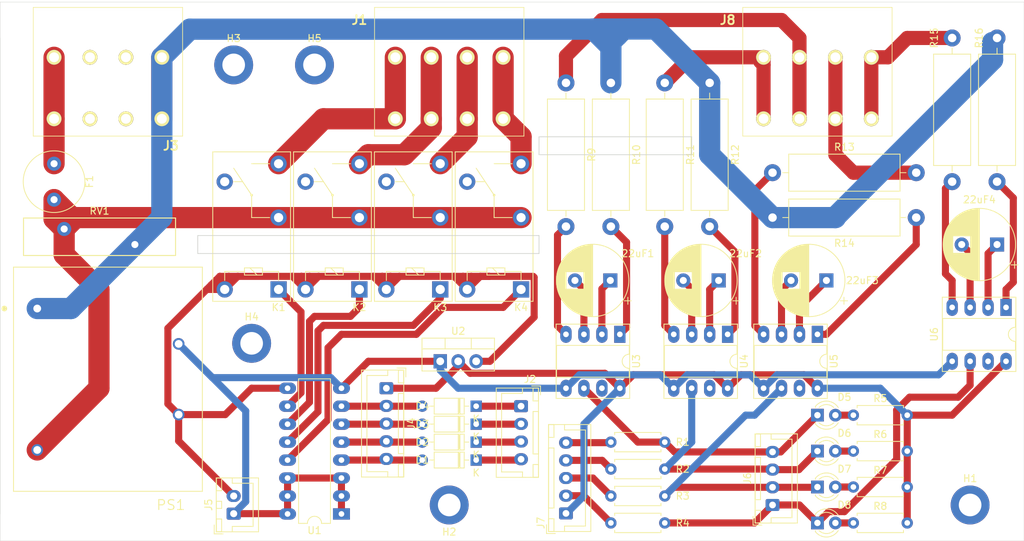
<source format=kicad_pcb>
(kicad_pcb (version 20171130) (host pcbnew "(5.1.6)-1")
  (layers (0 F.Cu signal) (31 B.Cu signal) (34 B.Paste user hide) (35 F.Paste user hide) (36 B.SilkS user hide) (37 F.SilkS user) (38 B.Mask user hide) (39 F.Mask user) (44 Edge.Cuts user))
  (net 0 "")
  (net 1 "220VAC(L)")
  (net 2 "220VAC(N)")
  (net 3 5V+)
  (net 4 3.3V+)
  (net 5 Sens4)
  (net 6 Sens3)
  (net 7 Sens2)
  (net 8 Sens1)
  (net 9 REO4)
  (net 10 REO3)
  (net 11 REO2)
  (net 12 REO1)
  (net 13 "Net-(22uF1-Pad2)")
  (net 14 "Net-(22uF1-Pad1)")
  (net 15 "Net-(22uF2-Pad2)")
  (net 16 "Net-(22uF2-Pad1)")
  (net 17 "Net-(22uF3-Pad2)")
  (net 18 "Net-(22uF3-Pad1)")
  (net 19 "Net-(22uF4-Pad2)")
  (net 20 "Net-(22uF4-Pad1)")
  (net 21 "Net-(R11-Pad2)")
  (net 22 "Net-(R12-Pad2)")
  (net 23 "GND(5V)")
  (net 24 REI1)
  (net 25 REI2)
  (net 26 REI3)
  (net 27 REI4)
  (net 28 "Net-(F1-Pad1)")
  (net 29 "Net-(R10-Pad2)")
  (net 30 EspSens1)
  (net 31 EspSens2)
  (net 32 EspSens3)
  (net 33 EspSens4)
  (net 34 EspRel1)
  (net 35 EspRel2)
  (net 36 EspRel3)
  (net 37 EspRel4)
  (net 38 "Net-(J7-Pad5)")
  (net 39 "Net-(J7-Pad4)")
  (net 40 "Net-(J7-Pad3)")
  (net 41 "Net-(J7-Pad2)")
  (net 42 "Net-(R9-Pad2)")
  (net 43 "Net-(D1-Pad1)")
  (net 44 "Net-(D2-Pad1)")
  (net 45 "Net-(D3-Pad1)")
  (net 46 "Net-(D4-Pad1)")
  (net 47 "Net-(D5-Pad2)")
  (net 48 "Net-(D6-Pad2)")
  (net 49 "Net-(D7-Pad2)")
  (net 50 "Net-(D8-Pad2)")
  (net 51 "Net-(R13-Pad1)")
  (net 52 "Net-(R14-Pad1)")
  (net 53 "Net-(R15-Pad2)")
  (net 54 "Net-(R16-Pad2)")
  (module Package_DIP:DIP-16_W7.62mm_LongPads (layer F.Cu) (at 69.85 83.82 180)
    (fp_text reference U1 (at 3.81 -2.33) (layer F.SilkS))
    (fp_text value ULN2003A)
    (pad 1 thru_hole rect (at 0 0 180) (size 2.4 1.6) (drill 0.8) (layers *.Cu *.Mask) (net 23 "GND(5V)"))
    (pad 9 thru_hole oval (at 7.62 17.78 180) (size 2.4 1.6) (drill 0.8) (layers *.Cu *.Mask) (net 3 5V+))
    (pad 2 thru_hole oval (at 0 2.54 180) (size 2.4 1.6) (drill 0.8) (layers *.Cu *.Mask) (net 23 "GND(5V)"))
    (pad 10 thru_hole oval (at 7.62 15.24 180) (size 2.4 1.6) (drill 0.8) (layers *.Cu *.Mask) (net 24 REI1))
    (pad 3 thru_hole oval (at 0 5.08 180) (size 2.4 1.6) (drill 0.8) (layers *.Cu *.Mask) (net 23 "GND(5V)"))
    (pad 11 thru_hole oval (at 7.62 12.7 180) (size 2.4 1.6) (drill 0.8) (layers *.Cu *.Mask) (net 25 REI2))
    (pad 4 thru_hole oval (at 0 7.62 180) (size 2.4 1.6) (drill 0.8) (layers *.Cu *.Mask) (net 34 EspRel1))
    (pad 12 thru_hole oval (at 7.62 10.16 180) (size 2.4 1.6) (drill 0.8) (layers *.Cu *.Mask) (net 26 REI3))
    (pad 5 thru_hole oval (at 0 10.16 180) (size 2.4 1.6) (drill 0.8) (layers *.Cu *.Mask) (net 35 EspRel2))
    (pad 13 thru_hole oval (at 7.62 7.62 180) (size 2.4 1.6) (drill 0.8) (layers *.Cu *.Mask) (net 27 REI4))
    (pad 6 thru_hole oval (at 0 12.7 180) (size 2.4 1.6) (drill 0.8) (layers *.Cu *.Mask) (net 36 EspRel3))
    (pad 14 thru_hole oval (at 7.62 5.08 180) (size 2.4 1.6) (drill 0.8) (layers *.Cu *.Mask) (net 23 "GND(5V)"))
    (pad 7 thru_hole oval (at 0 15.24 180) (size 2.4 1.6) (drill 0.8) (layers *.Cu *.Mask) (net 37 EspRel4))
    (pad 15 thru_hole oval (at 7.62 2.54 180) (size 2.4 1.6) (drill 0.8) (layers *.Cu *.Mask) (net 23 "GND(5V)"))
    (pad 8 thru_hole oval (at 0 17.78 180) (size 2.4 1.6) (drill 0.8) (layers *.Cu *.Mask) (net 23 "GND(5V)"))
    (pad 16 thru_hole oval (at 7.62 0 180) (size 2.4 1.6) (drill 0.8) (layers *.Cu *.Mask) (net 23 "GND(5V)"))
  )
  (module Diode_THT:D_DO-35_SOD27_P7.62mm_Horizontal (layer F.Cu) (at 88.9 68.58 180)
    (fp_text reference D4 (at 7.62 0) (layer F.SilkS))
    (fp_text value DIODE)
    (fp_text user K (at 0 -1.8) (layer F.SilkS))
    (pad 2 thru_hole oval (at 7.62 0 180) (size 1.6 1.6) (drill 0.8) (layers *.Cu *.Mask) (net 37 EspRel4))
    (pad 1 thru_hole rect (at 0 0 180) (size 1.6 1.6) (drill 0.8) (layers *.Cu *.Mask) (net 46 "Net-(D4-Pad1)"))
  )
  (module Diode_THT:D_DO-35_SOD27_P7.62mm_Horizontal (layer F.Cu) (at 88.9 71.12 180)
    (fp_text reference D3 (at 7.62 0) (layer F.SilkS))
    (fp_text value DIODE)
    (fp_text user K (at 0 -1.8) (layer F.SilkS))
    (pad 2 thru_hole oval (at 7.62 0 180) (size 1.6 1.6) (drill 0.8) (layers *.Cu *.Mask) (net 36 EspRel3))
    (pad 1 thru_hole rect (at 0 0 180) (size 1.6 1.6) (drill 0.8) (layers *.Cu *.Mask) (net 45 "Net-(D3-Pad1)"))
  )
  (module Diode_THT:D_DO-35_SOD27_P7.62mm_Horizontal (layer F.Cu) (at 88.9 73.66 180)
    (fp_text reference D2 (at 7.62 0) (layer F.SilkS))
    (fp_text value DIODE)
    (fp_text user K (at 0 -1.8) (layer F.SilkS))
    (pad 2 thru_hole oval (at 7.62 0 180) (size 1.6 1.6) (drill 0.8) (layers *.Cu *.Mask) (net 35 EspRel2))
    (pad 1 thru_hole rect (at 0 0 180) (size 1.6 1.6) (drill 0.8) (layers *.Cu *.Mask) (net 44 "Net-(D2-Pad1)"))
  )
  (module Diode_THT:D_DO-35_SOD27_P7.62mm_Horizontal (layer F.Cu) (at 88.9 76.2 180)
    (fp_text reference D1 (at 7.62 0) (layer F.SilkS))
    (fp_text value DIODE)
    (fp_text user K (at 0 -1.8) (layer F.SilkS))
    (pad 2 thru_hole oval (at 7.62 0 180) (size 1.6 1.6) (drill 0.8) (layers *.Cu *.Mask) (net 34 EspRel1))
    (pad 1 thru_hole rect (at 0 0 180) (size 1.6 1.6) (drill 0.8) (layers *.Cu *.Mask) (net 43 "Net-(D1-Pad1)"))
  )
  (module Connector_JST:JST_XH_B4B-XH-A_1x04_P2.50mm_Vertical (layer F.Cu) (at 95.25 68.58 270)
    (fp_text reference J2 (at -3.81 -1.27 180) (layer F.SilkS))
    (fp_text value Conn-ESP-Relays)
    (pad 4 thru_hole oval (at 7.5 0 270) (size 1.7 1.95) (drill 0.95) (layers *.Cu *.Mask) (net 43 "Net-(D1-Pad1)"))
    (pad 3 thru_hole oval (at 5 0 270) (size 1.7 1.95) (drill 0.95) (layers *.Cu *.Mask) (net 44 "Net-(D2-Pad1)"))
    (pad 2 thru_hole oval (at 2.5 0 270) (size 1.7 1.95) (drill 0.95) (layers *.Cu *.Mask) (net 45 "Net-(D3-Pad1)"))
    (pad 1 thru_hole roundrect (at 0 0 270) (size 1.7 1.95) (drill 0.95) (layers *.Cu *.Mask) (roundrect_rratio 0.147059) (net 46 "Net-(D4-Pad1)"))
  )
  (module Connector_JST:JST_XH_B5B-XH-A_1x05_P2.50mm_Vertical (layer F.Cu) (at 101.6 83.74 90)
    (fp_text reference J7 (at -1.35 -3.55 90) (layer F.SilkS))
    (fp_text value Conn-LedIndicators)
    (pad 5 thru_hole oval (at 10 0 90) (size 1.7 1.95) (drill 0.95) (layers *.Cu *.Mask) (net 38 "Net-(J7-Pad5)"))
    (pad 4 thru_hole oval (at 7.5 0 90) (size 1.7 1.95) (drill 0.95) (layers *.Cu *.Mask) (net 39 "Net-(J7-Pad4)"))
    (pad 3 thru_hole oval (at 5 0 90) (size 1.7 1.95) (drill 0.95) (layers *.Cu *.Mask) (net 40 "Net-(J7-Pad3)"))
    (pad 2 thru_hole oval (at 2.5 0 90) (size 1.7 1.95) (drill 0.95) (layers *.Cu *.Mask) (net 41 "Net-(J7-Pad2)"))
    (pad 1 thru_hole roundrect (at 0 0 90) (size 1.7 1.95) (drill 0.95) (layers *.Cu *.Mask) (roundrect_rratio 0.147059) (net 4 3.3V+))
  )
  (module Capacitor_THT:CP_Radial_D10.0mm_P5.00mm (layer F.Cu) (at 123.19 50.8 180)
    (fp_text reference 22uF2 (at -3.81 3.81) (layer F.SilkS))
    (fp_text value CP_Small)
    (pad 2 thru_hole circle (at 5 0 180) (size 2 2) (drill 1) (layers *.Cu *.Mask) (net 15 "Net-(22uF2-Pad2)"))
    (pad 1 thru_hole rect (at 0 0 180) (size 2 2) (drill 1) (layers *.Cu *.Mask) (net 16 "Net-(22uF2-Pad1)"))
  )
  (module Package_DIP:DIP-8_W7.62mm_Socket_LongPads (layer F.Cu) (at 124.46 58.42 270)
    (fp_text reference U4 (at 3.81 -2.33 90) (layer F.SilkS))
    (fp_text value HCPL3700)
    (pad 8 thru_hole oval (at 7.62 0 270) (size 2.4 1.6) (drill 0.8) (layers *.Cu *.Mask) (net 4 3.3V+))
    (pad 4 thru_hole oval (at 0 7.62 270) (size 2.4 1.6) (drill 0.8) (layers *.Cu *.Mask) (net 21 "Net-(R11-Pad2)"))
    (pad 7 thru_hole oval (at 7.62 2.54 270) (size 2.4 1.6) (drill 0.8) (layers *.Cu *.Mask))
    (pad 3 thru_hole oval (at 0 5.08 270) (size 2.4 1.6) (drill 0.8) (layers *.Cu *.Mask) (net 15 "Net-(22uF2-Pad2)"))
    (pad 6 thru_hole oval (at 7.62 5.08 270) (size 2.4 1.6) (drill 0.8) (layers *.Cu *.Mask) (net 31 EspSens2))
    (pad 2 thru_hole oval (at 0 2.54 270) (size 2.4 1.6) (drill 0.8) (layers *.Cu *.Mask) (net 16 "Net-(22uF2-Pad1)"))
    (pad 5 thru_hole oval (at 7.62 7.62 270) (size 2.4 1.6) (drill 0.8) (layers *.Cu *.Mask) (net 23 "GND(5V)"))
    (pad 1 thru_hole rect (at 0 0 270) (size 2.4 1.6) (drill 0.8) (layers *.Cu *.Mask) (net 22 "Net-(R12-Pad2)"))
  )
  (module Package_DIP:DIP-8_W7.62mm_Socket_LongPads (layer F.Cu) (at 163.83 54.61 270)
    (fp_text reference U6 (at 3.81 10.16 90) (layer F.SilkS))
    (fp_text value HCPL3700)
    (pad 8 thru_hole oval (at 7.62 0 270) (size 2.4 1.6) (drill 0.8) (layers *.Cu *.Mask) (net 4 3.3V+))
    (pad 4 thru_hole oval (at 0 7.62 270) (size 2.4 1.6) (drill 0.8) (layers *.Cu *.Mask) (net 53 "Net-(R15-Pad2)"))
    (pad 7 thru_hole oval (at 7.62 2.54 270) (size 2.4 1.6) (drill 0.8) (layers *.Cu *.Mask))
    (pad 3 thru_hole oval (at 0 5.08 270) (size 2.4 1.6) (drill 0.8) (layers *.Cu *.Mask) (net 19 "Net-(22uF4-Pad2)"))
    (pad 6 thru_hole oval (at 7.62 5.08 270) (size 2.4 1.6) (drill 0.8) (layers *.Cu *.Mask) (net 33 EspSens4))
    (pad 2 thru_hole oval (at 0 2.54 270) (size 2.4 1.6) (drill 0.8) (layers *.Cu *.Mask) (net 20 "Net-(22uF4-Pad1)"))
    (pad 5 thru_hole oval (at 7.62 7.62 270) (size 2.4 1.6) (drill 0.8) (layers *.Cu *.Mask) (net 23 "GND(5V)"))
    (pad 1 thru_hole rect (at 0 0 270) (size 2.4 1.6) (drill 0.8) (layers *.Cu *.Mask) (net 54 "Net-(R16-Pad2)"))
  )
  (module Package_DIP:DIP-8_W7.62mm_Socket_LongPads (layer F.Cu) (at 137.16 58.42 270)
    (fp_text reference U5 (at 3.81 -2.33 90) (layer F.SilkS))
    (fp_text value HCPL3700)
    (pad 8 thru_hole oval (at 7.62 0 270) (size 2.4 1.6) (drill 0.8) (layers *.Cu *.Mask) (net 4 3.3V+))
    (pad 4 thru_hole oval (at 0 7.62 270) (size 2.4 1.6) (drill 0.8) (layers *.Cu *.Mask) (net 51 "Net-(R13-Pad1)"))
    (pad 7 thru_hole oval (at 7.62 2.54 270) (size 2.4 1.6) (drill 0.8) (layers *.Cu *.Mask))
    (pad 3 thru_hole oval (at 0 5.08 270) (size 2.4 1.6) (drill 0.8) (layers *.Cu *.Mask) (net 17 "Net-(22uF3-Pad2)"))
    (pad 6 thru_hole oval (at 7.62 5.08 270) (size 2.4 1.6) (drill 0.8) (layers *.Cu *.Mask) (net 32 EspSens3))
    (pad 2 thru_hole oval (at 0 2.54 270) (size 2.4 1.6) (drill 0.8) (layers *.Cu *.Mask) (net 18 "Net-(22uF3-Pad1)"))
    (pad 5 thru_hole oval (at 7.62 7.62 270) (size 2.4 1.6) (drill 0.8) (layers *.Cu *.Mask) (net 23 "GND(5V)"))
    (pad 1 thru_hole rect (at 0 0 270) (size 2.4 1.6) (drill 0.8) (layers *.Cu *.Mask) (net 52 "Net-(R14-Pad1)"))
  )
  (module Package_DIP:DIP-8_W7.62mm_Socket_LongPads (layer F.Cu) (at 109.22 58.42 270)
    (fp_text reference U3 (at 3.81 -2.33 90) (layer F.SilkS))
    (fp_text value HCPL3700)
    (pad 8 thru_hole oval (at 7.62 0 270) (size 2.4 1.6) (drill 0.8) (layers *.Cu *.Mask) (net 4 3.3V+))
    (pad 4 thru_hole oval (at 0 7.62 270) (size 2.4 1.6) (drill 0.8) (layers *.Cu *.Mask) (net 42 "Net-(R9-Pad2)"))
    (pad 7 thru_hole oval (at 7.62 2.54 270) (size 2.4 1.6) (drill 0.8) (layers *.Cu *.Mask))
    (pad 3 thru_hole oval (at 0 5.08 270) (size 2.4 1.6) (drill 0.8) (layers *.Cu *.Mask) (net 13 "Net-(22uF1-Pad2)"))
    (pad 6 thru_hole oval (at 7.62 5.08 270) (size 2.4 1.6) (drill 0.8) (layers *.Cu *.Mask) (net 30 EspSens1))
    (pad 2 thru_hole oval (at 0 2.54 270) (size 2.4 1.6) (drill 0.8) (layers *.Cu *.Mask) (net 14 "Net-(22uF1-Pad1)"))
    (pad 5 thru_hole oval (at 7.62 7.62 270) (size 2.4 1.6) (drill 0.8) (layers *.Cu *.Mask) (net 23 "GND(5V)"))
    (pad 1 thru_hole rect (at 0 0 270) (size 2.4 1.6) (drill 0.8) (layers *.Cu *.Mask) (net 29 "Net-(R10-Pad2)"))
  )
  (module Package_TO_SOT_THT:TO-220-3_Vertical (layer F.Cu) (at 83.82 62.23)
    (fp_text reference U2 (at 2.54 -4.27) (layer F.SilkS))
    (fp_text value LD1117S33TR_SOT223)
    (pad 3 thru_hole oval (at 5.08 0) (size 1.905 2) (drill 1.1) (layers *.Cu *.Mask) (net 3 5V+))
    (pad 2 thru_hole oval (at 2.54 0) (size 1.905 2) (drill 1.1) (layers *.Cu *.Mask) (net 4 3.3V+))
    (pad 1 thru_hole rect (at 0 0) (size 1.905 2) (drill 1.1) (layers *.Cu *.Mask) (net 23 "GND(5V)"))
  )
  (module Resistor_THT:R_Axial_DIN0207_L6.3mm_D2.5mm_P7.62mm_Horizontal (layer F.Cu) (at 142.24 85.09)
    (fp_text reference R8 (at 3.81 -2.37) (layer F.SilkS))
    (fp_text value 100)
    (pad 2 thru_hole oval (at 7.62 0) (size 1.6 1.6) (drill 0.8) (layers *.Cu *.Mask) (net 4 3.3V+))
    (pad 1 thru_hole circle (at 0 0) (size 1.6 1.6) (drill 0.8) (layers *.Cu *.Mask) (net 50 "Net-(D8-Pad2)"))
  )
  (module Resistor_THT:R_Axial_DIN0207_L6.3mm_D2.5mm_P7.62mm_Horizontal (layer F.Cu) (at 142.24 80.01)
    (fp_text reference R7 (at 3.81 -2.37) (layer F.SilkS))
    (fp_text value 100)
    (pad 2 thru_hole oval (at 7.62 0) (size 1.6 1.6) (drill 0.8) (layers *.Cu *.Mask) (net 4 3.3V+))
    (pad 1 thru_hole circle (at 0 0) (size 1.6 1.6) (drill 0.8) (layers *.Cu *.Mask) (net 49 "Net-(D7-Pad2)"))
  )
  (module Resistor_THT:R_Axial_DIN0207_L6.3mm_D2.5mm_P7.62mm_Horizontal (layer F.Cu) (at 142.24 74.93)
    (fp_text reference R6 (at 3.81 -2.37) (layer F.SilkS))
    (fp_text value 100)
    (pad 2 thru_hole oval (at 7.62 0) (size 1.6 1.6) (drill 0.8) (layers *.Cu *.Mask) (net 4 3.3V+))
    (pad 1 thru_hole circle (at 0 0) (size 1.6 1.6) (drill 0.8) (layers *.Cu *.Mask) (net 48 "Net-(D6-Pad2)"))
  )
  (module Resistor_THT:R_Axial_DIN0207_L6.3mm_D2.5mm_P7.62mm_Horizontal (layer F.Cu) (at 115.57 85.09 180)
    (fp_text reference R4 (at -2.54 0) (layer F.SilkS))
    (fp_text value 100)
    (pad 2 thru_hole oval (at 7.62 0 180) (size 1.6 1.6) (drill 0.8) (layers *.Cu *.Mask) (net 41 "Net-(J7-Pad2)"))
    (pad 1 thru_hole circle (at 0 0 180) (size 1.6 1.6) (drill 0.8) (layers *.Cu *.Mask) (net 33 EspSens4))
  )
  (module Resistor_THT:R_Axial_DIN0207_L6.3mm_D2.5mm_P7.62mm_Horizontal (layer F.Cu) (at 115.57 81.28 180)
    (fp_text reference R3 (at -2.54 0) (layer F.SilkS))
    (fp_text value 100)
    (pad 2 thru_hole oval (at 7.62 0 180) (size 1.6 1.6) (drill 0.8) (layers *.Cu *.Mask) (net 40 "Net-(J7-Pad3)"))
    (pad 1 thru_hole circle (at 0 0 180) (size 1.6 1.6) (drill 0.8) (layers *.Cu *.Mask) (net 32 EspSens3))
  )
  (module Resistor_THT:R_Axial_DIN0207_L6.3mm_D2.5mm_P7.62mm_Horizontal (layer F.Cu) (at 115.57 77.47 180)
    (fp_text reference R2 (at -2.54 0) (layer F.SilkS))
    (fp_text value 100)
    (pad 2 thru_hole oval (at 7.62 0 180) (size 1.6 1.6) (drill 0.8) (layers *.Cu *.Mask) (net 39 "Net-(J7-Pad4)"))
    (pad 1 thru_hole circle (at 0 0 180) (size 1.6 1.6) (drill 0.8) (layers *.Cu *.Mask) (net 31 EspSens2))
  )
  (module Resistor_THT:R_Axial_DIN0207_L6.3mm_D2.5mm_P7.62mm_Horizontal (layer F.Cu) (at 115.57 73.66 180)
    (fp_text reference R1 (at -2.54 0) (layer F.SilkS))
    (fp_text value 100)
    (pad 2 thru_hole oval (at 7.62 0 180) (size 1.6 1.6) (drill 0.8) (layers *.Cu *.Mask) (net 38 "Net-(J7-Pad5)"))
    (pad 1 thru_hole circle (at 0 0 180) (size 1.6 1.6) (drill 0.8) (layers *.Cu *.Mask) (net 30 EspSens1))
  )
  (module Resistor_THT:R_Axial_DIN0207_L6.3mm_D2.5mm_P7.62mm_Horizontal (layer F.Cu) (at 142.24 69.85)
    (fp_text reference R5 (at 3.81 -2.37) (layer F.SilkS))
    (fp_text value 100)
    (pad 2 thru_hole oval (at 7.62 0) (size 1.6 1.6) (drill 0.8) (layers *.Cu *.Mask) (net 4 3.3V+))
    (pad 1 thru_hole circle (at 0 0) (size 1.6 1.6) (drill 0.8) (layers *.Cu *.Mask) (net 47 "Net-(D5-Pad2)"))
  )
  (module Connector_JST:JST_XH_B5B-XH-A_1x05_P2.50mm_Vertical (layer F.Cu) (at 76.2 66.04 270)
    (fp_text reference J4 (at 5 -3.55 90) (layer F.SilkS))
    (fp_text value Conn-Buttons)
    (pad 5 thru_hole oval (at 10 0 270) (size 1.7 1.95) (drill 0.95) (layers *.Cu *.Mask) (net 34 EspRel1))
    (pad 4 thru_hole oval (at 7.5 0 270) (size 1.7 1.95) (drill 0.95) (layers *.Cu *.Mask) (net 35 EspRel2))
    (pad 3 thru_hole oval (at 5 0 270) (size 1.7 1.95) (drill 0.95) (layers *.Cu *.Mask) (net 36 EspRel3))
    (pad 2 thru_hole oval (at 2.5 0 270) (size 1.7 1.95) (drill 0.95) (layers *.Cu *.Mask) (net 37 EspRel4))
    (pad 1 thru_hole roundrect (at 0 0 270) (size 1.7 1.95) (drill 0.95) (layers *.Cu *.Mask) (roundrect_rratio 0.147059) (net 4 3.3V+))
  )
  (module LED_THT:LED_D3.0mm (layer F.Cu) (at 137.16 85.09)
    (fp_text reference D8 (at 3.81 -2.54) (layer F.SilkS))
    (fp_text value LED)
    (pad 2 thru_hole circle (at 2.54 0) (size 1.8 1.8) (drill 0.9) (layers *.Cu *.Mask) (net 50 "Net-(D8-Pad2)"))
    (pad 1 thru_hole rect (at 0 0) (size 1.8 1.8) (drill 0.9) (layers *.Cu *.Mask) (net 33 EspSens4))
  )
  (module LED_THT:LED_D3.0mm (layer F.Cu) (at 137.16 80.01)
    (fp_text reference D7 (at 3.81 -2.54) (layer F.SilkS))
    (fp_text value LED)
    (pad 2 thru_hole circle (at 2.54 0) (size 1.8 1.8) (drill 0.9) (layers *.Cu *.Mask) (net 49 "Net-(D7-Pad2)"))
    (pad 1 thru_hole rect (at 0 0) (size 1.8 1.8) (drill 0.9) (layers *.Cu *.Mask) (net 32 EspSens3))
  )
  (module LED_THT:LED_D3.0mm (layer F.Cu) (at 137.16 74.93)
    (fp_text reference D6 (at 3.81 -2.54) (layer F.SilkS))
    (fp_text value LED)
    (pad 2 thru_hole circle (at 2.54 0) (size 1.8 1.8) (drill 0.9) (layers *.Cu *.Mask) (net 48 "Net-(D6-Pad2)"))
    (pad 1 thru_hole rect (at 0 0) (size 1.8 1.8) (drill 0.9) (layers *.Cu *.Mask) (net 31 EspSens2))
  )
  (module LED_THT:LED_D3.0mm (layer F.Cu) (at 137.16 69.85)
    (fp_text reference D5 (at 3.81 -2.54) (layer F.SilkS))
    (fp_text value LED)
    (pad 2 thru_hole circle (at 2.54 0) (size 1.8 1.8) (drill 0.9) (layers *.Cu *.Mask) (net 47 "Net-(D5-Pad2)"))
    (pad 1 thru_hole rect (at 0 0) (size 1.8 1.8) (drill 0.9) (layers *.Cu *.Mask) (net 30 EspSens1))
  )
  (module Capacitor_THT:CP_Radial_D10.0mm_P5.00mm (layer F.Cu) (at 162.56 45.72 180)
    (fp_text reference 22uF4 (at 2.5 6.35) (layer F.SilkS))
    (fp_text value CP_Small)
    (pad 2 thru_hole circle (at 5 0 180) (size 2 2) (drill 1) (layers *.Cu *.Mask) (net 19 "Net-(22uF4-Pad2)"))
    (pad 1 thru_hole rect (at 0 0 180) (size 2 2) (drill 1) (layers *.Cu *.Mask) (net 20 "Net-(22uF4-Pad1)"))
  )
  (module Capacitor_THT:CP_Radial_D10.0mm_P5.00mm (layer F.Cu) (at 138.43 50.8 180)
    (fp_text reference 22uF3 (at -5.08 0) (layer F.SilkS))
    (fp_text value CP_Small)
    (pad 2 thru_hole circle (at 5 0 180) (size 2 2) (drill 1) (layers *.Cu *.Mask) (net 17 "Net-(22uF3-Pad2)"))
    (pad 1 thru_hole rect (at 0 0 180) (size 2 2) (drill 1) (layers *.Cu *.Mask) (net 18 "Net-(22uF3-Pad1)"))
  )
  (module Capacitor_THT:CP_Radial_D10.0mm_P5.00mm (layer F.Cu) (at 107.87 50.8 180)
    (fp_text reference 22uF1 (at -3.89 3.81) (layer F.SilkS))
    (fp_text value CP_Small)
    (pad 2 thru_hole circle (at 5 0 180) (size 2 2) (drill 1) (layers *.Cu *.Mask) (net 13 "Net-(22uF1-Pad2)"))
    (pad 1 thru_hole rect (at 0 0 180) (size 2 2) (drill 1) (layers *.Cu *.Mask) (net 14 "Net-(22uF1-Pad1)"))
  )
  (module Connector_JST:JST_XH_B4B-XH-A_1x04_P2.50mm_Vertical (layer F.Cu) (at 130.81 82.55 90)
    (fp_text reference J6 (at 3.75 -3.55 90) (layer F.SilkS))
    (fp_text value Conn-Esp-Sensors)
    (pad 4 thru_hole oval (at 7.5 0 90) (size 1.7 1.95) (drill 0.95) (layers *.Cu *.Mask) (net 30 EspSens1))
    (pad 3 thru_hole oval (at 5 0 90) (size 1.7 1.95) (drill 0.95) (layers *.Cu *.Mask) (net 31 EspSens2))
    (pad 2 thru_hole oval (at 2.5 0 90) (size 1.7 1.95) (drill 0.95) (layers *.Cu *.Mask) (net 32 EspSens3))
    (pad 1 thru_hole roundrect (at 0 0 90) (size 1.7 1.95) (drill 0.95) (layers *.Cu *.Mask) (roundrect_rratio 0.147059) (net 33 EspSens4))
  )
  (module Connector_JST:JST_XH_B2B-XH-A_1x02_P2.50mm_Vertical (layer F.Cu) (at 54.61 83.78 90)
    (fp_text reference J5 (at 1.25 -3.55 90) (layer F.SilkS))
    (fp_text value Conn_01x02)
    (pad 2 thru_hole oval (at 2.5 0 90) (size 1.7 2) (drill 1) (layers *.Cu *.Mask) (net 3 5V+))
    (pad 1 thru_hole roundrect (at 0 0 90) (size 1.7 2) (drill 1) (layers *.Cu *.Mask) (roundrect_rratio 0.147059) (net 23 "GND(5V)"))
  )
  (module Resistor_THT:R_Axial_DIN0516_L15.5mm_D5.0mm_P20.32mm_Horizontal (layer F.Cu) (at 156.21 16.51 270)
    (fp_text reference R15 (at 0 2.54 90) (layer F.SilkS))
    (fp_text value 47k)
    (pad 2 thru_hole oval (at 20.32 0 270) (size 2.4 2.4) (drill 1.2) (layers *.Cu *.Mask) (net 53 "Net-(R15-Pad2)"))
    (pad 1 thru_hole circle (at 0 0 270) (size 2.4 2.4) (drill 1.2) (layers *.Cu *.Mask) (net 5 Sens4))
  )
  (module Resistor_THT:R_Axial_DIN0516_L15.5mm_D5.0mm_P20.32mm_Horizontal (layer F.Cu) (at 162.56 16.51 270)
    (fp_text reference R16 (at 0 2.54 90) (layer F.SilkS))
    (fp_text value 47k)
    (pad 2 thru_hole oval (at 20.32 0 270) (size 2.4 2.4) (drill 1.2) (layers *.Cu *.Mask) (net 54 "Net-(R16-Pad2)"))
    (pad 1 thru_hole circle (at 0 0 270) (size 2.4 2.4) (drill 1.2) (layers *.Cu *.Mask) (net 2 "220VAC(N)"))
  )
  (module Resistor_THT:R_Axial_DIN0516_L15.5mm_D5.0mm_P20.32mm_Horizontal (layer F.Cu) (at 130.81 35.56)
    (fp_text reference R13 (at 10.16 -3.62) (layer F.SilkS))
    (fp_text value 47k)
    (pad 2 thru_hole oval (at 20.32 0) (size 2.4 2.4) (drill 1.2) (layers *.Cu *.Mask) (net 6 Sens3))
    (pad 1 thru_hole circle (at 0 0) (size 2.4 2.4) (drill 1.2) (layers *.Cu *.Mask) (net 51 "Net-(R13-Pad1)"))
  )
  (module Resistor_THT:R_Axial_DIN0516_L15.5mm_D5.0mm_P20.32mm_Horizontal (layer F.Cu) (at 121.92 22.86 270)
    (fp_text reference R12 (at 10.16 -3.62 90) (layer F.SilkS))
    (fp_text value 47k)
    (pad 2 thru_hole oval (at 20.32 0 270) (size 2.4 2.4) (drill 1.2) (layers *.Cu *.Mask) (net 22 "Net-(R12-Pad2)"))
    (pad 1 thru_hole circle (at 0 0 270) (size 2.4 2.4) (drill 1.2) (layers *.Cu *.Mask) (net 2 "220VAC(N)"))
  )
  (module Resistor_THT:R_Axial_DIN0516_L15.5mm_D5.0mm_P20.32mm_Horizontal (layer F.Cu) (at 107.95 22.86 270)
    (fp_text reference R10 (at 10.16 -3.62 90) (layer F.SilkS))
    (fp_text value 47k)
    (pad 2 thru_hole oval (at 20.32 0 270) (size 2.4 2.4) (drill 1.2) (layers *.Cu *.Mask) (net 29 "Net-(R10-Pad2)"))
    (pad 1 thru_hole circle (at 0 0 270) (size 2.4 2.4) (drill 1.2) (layers *.Cu *.Mask) (net 2 "220VAC(N)"))
  )
  (module Resistor_THT:R_Axial_DIN0516_L15.5mm_D5.0mm_P20.32mm_Horizontal (layer F.Cu) (at 151.13 41.91 180)
    (fp_text reference R14 (at 10.16 -3.62) (layer F.SilkS))
    (fp_text value 47k)
    (pad 2 thru_hole oval (at 20.32 0 180) (size 2.4 2.4) (drill 1.2) (layers *.Cu *.Mask) (net 2 "220VAC(N)"))
    (pad 1 thru_hole circle (at 0 0 180) (size 2.4 2.4) (drill 1.2) (layers *.Cu *.Mask) (net 52 "Net-(R14-Pad1)"))
  )
  (module Resistor_THT:R_Axial_DIN0516_L15.5mm_D5.0mm_P20.32mm_Horizontal (layer F.Cu) (at 115.57 22.86 270)
    (fp_text reference R11 (at 10.16 -3.62 90) (layer F.SilkS))
    (fp_text value 47k)
    (pad 2 thru_hole oval (at 20.32 0 270) (size 2.4 2.4) (drill 1.2) (layers *.Cu *.Mask) (net 21 "Net-(R11-Pad2)"))
    (pad 1 thru_hole circle (at 0 0 270) (size 2.4 2.4) (drill 1.2) (layers *.Cu *.Mask) (net 7 Sens2))
  )
  (module Resistor_THT:R_Axial_DIN0516_L15.5mm_D5.0mm_P20.32mm_Horizontal (layer F.Cu) (at 101.6 22.86 270)
    (fp_text reference R9 (at 10.16 -3.62 90) (layer F.SilkS))
    (fp_text value 47k)
    (pad 2 thru_hole oval (at 20.32 0 270) (size 2.4 2.4) (drill 1.2) (layers *.Cu *.Mask) (net 42 "Net-(R9-Pad2)"))
    (pad 1 thru_hole circle (at 0 0 270) (size 2.4 2.4) (drill 1.2) (layers *.Cu *.Mask) (net 8 Sens1))
  )
  (module rac05-05sk:277 (layer F.Cu) (at 36.83 64.77)
    (fp_text reference PS1 (at 8.89 17.78) (layer F.SilkS) (effects (font (size 1.4 1.4))))
    (fp_text value RAC05-05SK_277)
    (pad 9 thru_hole circle (at 10 -5) (size 1.65 1.65) (drill 1.1) (layers *.Cu *.Mask) (net 23 "GND(5V)"))
    (pad 7 thru_hole circle (at 10 5) (size 1.65 1.65) (drill 1.1) (layers *.Cu *.Mask) (net 3 5V+))
    (pad 5 thru_hole circle (at -10 10) (size 1.65 1.65) (drill 1.1) (layers *.Cu *.Mask) (net 1 "220VAC(L)"))
    (pad 1 thru_hole rect (at -10 -10) (size 1.65 1.65) (drill 1.1) (layers *.Cu *.Mask) (net 2 "220VAC(N)"))
  )
  (module MountingHole:MountingHole_3.2mm_M3_ISO14580_Pad (layer F.Cu) (at 66.04 20.32)
    (fp_text reference H5 (at 0 -3.75) (layer F.SilkS))
    (fp_text value MountingHole_Pad)
    (pad 1 thru_hole circle (at 0 0) (size 5.5 5.5) (drill 3.2) (layers *.Cu *.Mask))
  )
  (module MountingHole:MountingHole_3.2mm_M3_ISO14580_Pad (layer F.Cu) (at 85.09 82.55)
    (fp_text reference H2 (at 0 3.81) (layer F.SilkS))
    (fp_text value MountingHole_Pad)
    (pad 1 thru_hole circle (at 0 0) (size 5.5 5.5) (drill 3.2) (layers *.Cu *.Mask))
  )
  (module MountingHole:MountingHole_3.2mm_M3_ISO14580_Pad (layer F.Cu) (at 57.15 59.69)
    (fp_text reference H4 (at 0 -3.75) (layer F.SilkS))
    (fp_text value MountingHole_Pad)
    (pad 1 thru_hole circle (at 0 0) (size 5.5 5.5) (drill 3.2) (layers *.Cu *.Mask))
  )
  (module MountingHole:MountingHole_3.2mm_M3_ISO14580_Pad (layer F.Cu) (at 158.75 82.55)
    (fp_text reference H1 (at 0 -3.75) (layer F.SilkS))
    (fp_text value MountingHole_Pad)
    (pad 1 thru_hole circle (at 0 0) (size 5.5 5.5) (drill 3.2) (layers *.Cu *.Mask))
  )
  (module MountingHole:MountingHole_3.2mm_M3_ISO14580_Pad (layer F.Cu) (at 54.61 20.32)
    (fp_text reference H3 (at 0 -3.75) (layer F.SilkS))
    (fp_text value MountingHole_Pad)
    (pad 1 thru_hole circle (at 0 0) (size 5.5 5.5) (drill 3.2) (layers *.Cu *.Mask))
  )
  (module Varistor:RV_Disc_D21.5mm_W5.3mm_P10mm (layer F.Cu) (at 40.64 45.72 180)
    (fp_text reference RV1 (at 5 4.75) (layer F.SilkS))
    (fp_text value Varistor)
    (pad 2 thru_hole circle (at 10 2.2 180) (size 2 2) (drill 1) (layers *.Cu *.Mask) (net 1 "220VAC(L)"))
    (pad 1 thru_hole circle (at 0 0 180) (size 2 2) (drill 1) (layers *.Cu *.Mask) (net 2 "220VAC(N)"))
  )
  (module Fuse:Fuse_Littelfuse_372_D8.50mm (layer F.Cu) (at 29.21 34.29 270)
    (fp_text reference F1 (at 2.54 -5 90) (layer F.SilkS))
    (fp_text value Fuse)
    (pad 2 thru_hole circle (at 5.08 0 270) (size 2 2) (drill 1) (layers *.Cu *.Mask) (net 1 "220VAC(L)"))
    (pad 1 thru_hole circle (at 0 0 270) (size 2 2) (drill 1) (layers *.Cu *.Mask) (net 28 "Net-(F1-Pad1)"))
  )
  (module Relay_THT:Relay_SPDT_Omron-G5Q-1 (layer F.Cu) (at 60.96 52.07 90)
    (fp_text reference K1 (at -2.54 0) (layer F.SilkS))
    (fp_text value G5Q-1)
    (pad 5 thru_hole circle (at 0 -7.62 270) (size 2.3 2.3) (drill 1.3) (layers *.Cu *.Mask) (net 3 5V+))
    (pad 4 thru_hole circle (at 15.24 -7.62 270) (size 2.3 2.3) (drill 1.3) (layers *.Cu *.Mask))
    (pad 3 thru_hole circle (at 17.78 0 270) (size 2.3 2.3) (drill 1.3) (layers *.Cu *.Mask) (net 12 REO1))
    (pad 2 thru_hole circle (at 10.16 0 270) (size 2.3 2.3) (drill 1.3) (layers *.Cu *.Mask) (net 1 "220VAC(L)"))
    (pad 1 thru_hole rect (at 0 0 270) (size 2.3 2.3) (drill 1.3) (layers *.Cu *.Mask) (net 24 REI1))
  )
  (module Relay_THT:Relay_SPDT_Omron-G5Q-1 (layer F.Cu) (at 72.39 52.07 90)
    (fp_text reference K2 (at -2.54 0) (layer F.SilkS))
    (fp_text value G5Q-1)
    (pad 5 thru_hole circle (at 0 -7.62 270) (size 2.3 2.3) (drill 1.3) (layers *.Cu *.Mask) (net 3 5V+))
    (pad 4 thru_hole circle (at 15.24 -7.62 270) (size 2.3 2.3) (drill 1.3) (layers *.Cu *.Mask))
    (pad 3 thru_hole circle (at 17.78 0 270) (size 2.3 2.3) (drill 1.3) (layers *.Cu *.Mask) (net 11 REO2))
    (pad 2 thru_hole circle (at 10.16 0 270) (size 2.3 2.3) (drill 1.3) (layers *.Cu *.Mask) (net 1 "220VAC(L)"))
    (pad 1 thru_hole rect (at 0 0 270) (size 2.3 2.3) (drill 1.3) (layers *.Cu *.Mask) (net 25 REI2))
  )
  (module Relay_THT:Relay_SPDT_Omron-G5Q-1 (layer F.Cu) (at 95.25 52.07 90)
    (fp_text reference K4 (at -2.54 0) (layer F.SilkS))
    (fp_text value G5Q-1)
    (pad 5 thru_hole circle (at 0 -7.62 270) (size 2.3 2.3) (drill 1.3) (layers *.Cu *.Mask) (net 3 5V+))
    (pad 4 thru_hole circle (at 15.24 -7.62 270) (size 2.3 2.3) (drill 1.3) (layers *.Cu *.Mask))
    (pad 3 thru_hole circle (at 17.78 0 270) (size 2.3 2.3) (drill 1.3) (layers *.Cu *.Mask) (net 9 REO4))
    (pad 2 thru_hole circle (at 10.16 0 270) (size 2.3 2.3) (drill 1.3) (layers *.Cu *.Mask) (net 1 "220VAC(L)"))
    (pad 1 thru_hole rect (at 0 0 270) (size 2.3 2.3) (drill 1.3) (layers *.Cu *.Mask) (net 27 REI4))
  )
  (module Relay_THT:Relay_SPDT_Omron-G5Q-1 (layer F.Cu) (at 83.82 52.07 90)
    (fp_text reference K3 (at -2.54 0) (layer F.SilkS))
    (fp_text value G5Q-1)
    (pad 5 thru_hole circle (at 0 -7.62 270) (size 2.3 2.3) (drill 1.3) (layers *.Cu *.Mask) (net 3 5V+))
    (pad 4 thru_hole circle (at 15.24 -7.62 270) (size 2.3 2.3) (drill 1.3) (layers *.Cu *.Mask))
    (pad 3 thru_hole circle (at 17.78 0 270) (size 2.3 2.3) (drill 1.3) (layers *.Cu *.Mask) (net 10 REO3))
    (pad 2 thru_hole circle (at 10.16 0 270) (size 2.3 2.3) (drill 1.3) (layers *.Cu *.Mask) (net 1 "220VAC(L)"))
    (pad 1 thru_hole rect (at 0 0 270) (size 2.3 2.3) (drill 1.3) (layers *.Cu *.Mask) (net 26 REI3))
  )
  (module Phoenix_Conn:1017505 (layer F.Cu) (at 144.78 27.94 180)
    (fp_text reference J8 (at 20.32 13.97) (layer F.SilkS) (effects (font (size 1.27 1.27) (thickness 0.254))))
    (fp_text value 1017505 hide)
    (pad 8 thru_hole circle (at 15.24 8.7 270) (size 2.1 2.1) (drill 1.4) (layers *.Cu *.Mask F.SilkS) (net 7 Sens2))
    (pad 7 thru_hole circle (at 15.24 0 270) (size 2.1 2.1) (drill 1.4) (layers *.Cu *.Mask F.SilkS) (net 7 Sens2))
    (pad 6 thru_hole circle (at 10.16 8.7 270) (size 2.1 2.1) (drill 1.4) (layers *.Cu *.Mask F.SilkS) (net 8 Sens1))
    (pad 5 thru_hole circle (at 10.16 0 270) (size 2.1 2.1) (drill 1.4) (layers *.Cu *.Mask F.SilkS) (net 8 Sens1))
    (pad 4 thru_hole circle (at 5.08 8.7 270) (size 2.1 2.1) (drill 1.4) (layers *.Cu *.Mask F.SilkS) (net 6 Sens3))
    (pad 3 thru_hole circle (at 5.08 0 270) (size 2.1 2.1) (drill 1.4) (layers *.Cu *.Mask F.SilkS) (net 6 Sens3))
    (pad 2 thru_hole circle (at 0 8.7 270) (size 2.1 2.1) (drill 1.4) (layers *.Cu *.Mask F.SilkS) (net 5 Sens4))
    (pad 1 thru_hole circle (at 0 0 270) (size 2.1 2.1) (drill 1.4) (layers *.Cu *.Mask F.SilkS) (net 5 Sens4))
  )
  (module Phoenix_Conn:1017505 (layer F.Cu) (at 44.45 27.94 180)
    (fp_text reference J3 (at -1.27 -3.81) (layer F.SilkS) (effects (font (size 1.27 1.27) (thickness 0.254))))
    (fp_text value 1017505 hide)
    (pad 8 thru_hole circle (at 15.24 8.7 270) (size 2.1 2.1) (drill 1.4) (layers *.Cu *.Mask F.SilkS) (net 28 "Net-(F1-Pad1)"))
    (pad 7 thru_hole circle (at 15.24 0 270) (size 2.1 2.1) (drill 1.4) (layers *.Cu *.Mask F.SilkS) (net 28 "Net-(F1-Pad1)"))
    (pad 6 thru_hole circle (at 10.16 8.7 270) (size 2.1 2.1) (drill 1.4) (layers *.Cu *.Mask F.SilkS))
    (pad 5 thru_hole circle (at 10.16 0 270) (size 2.1 2.1) (drill 1.4) (layers *.Cu *.Mask F.SilkS))
    (pad 4 thru_hole circle (at 5.08 8.7 270) (size 2.1 2.1) (drill 1.4) (layers *.Cu *.Mask F.SilkS))
    (pad 3 thru_hole circle (at 5.08 0 270) (size 2.1 2.1) (drill 1.4) (layers *.Cu *.Mask F.SilkS))
    (pad 2 thru_hole circle (at 0 8.7 270) (size 2.1 2.1) (drill 1.4) (layers *.Cu *.Mask F.SilkS) (net 2 "220VAC(N)"))
    (pad 1 thru_hole circle (at 0 0 270) (size 2.1 2.1) (drill 1.4) (layers *.Cu *.Mask F.SilkS) (net 2 "220VAC(N)"))
  )
  (module Phoenix_Conn:1017505 (layer F.Cu) (at 92.71 27.94 180)
    (fp_text reference J1 (at 20.32 13.97) (layer F.SilkS) (effects (font (size 1.27 1.27) (thickness 0.254))))
    (fp_text value 1017505 hide)
    (pad 8 thru_hole circle (at 15.24 8.7 270) (size 2.1 2.1) (drill 1.4) (layers *.Cu *.Mask F.SilkS) (net 12 REO1))
    (pad 7 thru_hole circle (at 15.24 0 270) (size 2.1 2.1) (drill 1.4) (layers *.Cu *.Mask F.SilkS) (net 12 REO1))
    (pad 6 thru_hole circle (at 10.16 8.7 270) (size 2.1 2.1) (drill 1.4) (layers *.Cu *.Mask F.SilkS) (net 11 REO2))
    (pad 5 thru_hole circle (at 10.16 0 270) (size 2.1 2.1) (drill 1.4) (layers *.Cu *.Mask F.SilkS) (net 11 REO2))
    (pad 4 thru_hole circle (at 5.08 8.7 270) (size 2.1 2.1) (drill 1.4) (layers *.Cu *.Mask F.SilkS) (net 10 REO3))
    (pad 3 thru_hole circle (at 5.08 0 270) (size 2.1 2.1) (drill 1.4) (layers *.Cu *.Mask F.SilkS) (net 10 REO3))
    (pad 2 thru_hole circle (at 0 8.7 270) (size 2.1 2.1) (drill 1.4) (layers *.Cu *.Mask F.SilkS) (net 9 REO4))
    (pad 1 thru_hole circle (at 0 0 270) (size 2.1 2.1) (drill 1.4) (layers *.Cu *.Mask F.SilkS) (net 9 REO4))
  )
  (gr_line (start 119.38 30.48) (end 119.38 33.02) (layer Edge.Cuts) (width 0.1))
  (gr_line (start 97.79 30.48) (end 119.38 30.48) (layer Edge.Cuts) (width 0.1))
  (gr_line (start 97.79 33.02) (end 97.79 30.48) (layer Edge.Cuts) (width 0.1))
  (gr_line (start 119.38 33.02) (end 97.79 33.02) (layer Edge.Cuts) (width 0.1))
  (gr_line (start 97.79 44.45) (end 97.79 46.99) (layer Edge.Cuts) (width 0.1))
  (gr_line (start 49.53 44.45) (end 97.79 44.45) (layer Edge.Cuts) (width 0.1))
  (gr_line (start 49.53 46.99) (end 49.53 44.45) (layer Edge.Cuts) (width 0.1))
  (gr_line (start 97.79 46.99) (end 49.53 46.99) (layer Edge.Cuts) (width 0.1))
  (gr_line (start 21.59 87.63) (end 21.59 11.43) (layer Edge.Cuts) (width 0.05))
  (gr_line (start 166.37 11.43) (end 21.59 11.43) (layer Edge.Cuts) (width 0.05))
  (gr_line (start 166.37 87.63) (end 21.59 87.63) (layer Edge.Cuts) (width 0.05))
  (gr_line (start 166.37 87.63) (end 166.37 11.43) (layer Edge.Cuts) (width 0.05))
  (gr_line (start 21.59 16.51) (end 21.59 83.82) (layer Edge.Cuts) (width 0.05))
  (segment (start 29.21 42.09) (end 30.64 43.52) (width 3) (layer F.Cu) (net 1))
  (segment (start 29.21 39.37) (end 29.21 42.09) (width 3) (layer F.Cu) (net 1))
  (segment (start 30.64 43.52) (end 32.25 41.91) (width 3) (layer F.Cu) (net 1))
  (segment (start 31.75 41.91) (end 32.25 41.91) (width 3) (layer F.Cu) (net 1))
  (segment (start 29.21 39.37) (end 31.75 41.91) (width 3) (layer F.Cu) (net 1))
  (segment (start 31.75 41.91) (end 95.25 41.91) (width 3) (layer F.Cu) (net 1))
  (segment (start 30.64 43.52) (end 30.64 47.15) (width 3) (layer F.Cu) (net 1))
  (segment (start 30.64 47.15) (end 35.56 52.07) (width 3) (layer F.Cu) (net 1))
  (segment (start 35.56 52.07) (end 35.56 66.04) (width 3) (layer F.Cu) (net 1))
  (segment (start 35.56 66.04) (end 26.83 74.77) (width 3) (layer F.Cu) (net 1))
  (segment (start 44.45 19.24) (end 44.45 27.94) (width 3) (layer F.Cu) (net 2))
  (segment (start 44.45 41.91) (end 40.64 45.72) (width 3) (layer B.Cu) (net 2))
  (segment (start 44.45 19.24) (end 44.45 41.91) (width 3) (layer B.Cu) (net 2))
  (segment (start 48.45 15.24) (end 44.45 19.24) (width 2) (layer B.Cu) (net 2))
  (segment (start 107.95 17.78) (end 105.41 15.24) (width 2) (layer B.Cu) (net 2))
  (segment (start 107.95 15.24) (end 105.41 15.24) (width 2) (layer B.Cu) (net 2))
  (segment (start 105.41 15.24) (end 48.45 15.24) (width 2) (layer B.Cu) (net 2))
  (segment (start 109.22 16.51) (end 110.49 15.24) (width 2) (layer B.Cu) (net 2))
  (segment (start 107.95 16.51) (end 109.22 16.51) (width 2) (layer B.Cu) (net 2))
  (segment (start 107.95 17.78) (end 107.95 16.51) (width 2) (layer B.Cu) (net 2))
  (segment (start 107.95 16.51) (end 107.95 15.24) (width 2) (layer B.Cu) (net 2))
  (segment (start 114.3 15.24) (end 110.49 15.24) (width 2) (layer B.Cu) (net 2))
  (segment (start 110.49 15.24) (end 107.95 15.24) (width 2) (layer B.Cu) (net 2))
  (segment (start 109.22 16.51) (end 107.95 17.78) (width 2) (layer B.Cu) (net 2))
  (segment (start 105.439999 15.269999) (end 107.95 17.78) (width 3) (layer B.Cu) (net 2))
  (segment (start 48.420001 15.269999) (end 105.439999 15.269999) (width 3) (layer B.Cu) (net 2))
  (segment (start 44.45 19.24) (end 48.420001 15.269999) (width 3) (layer B.Cu) (net 2))
  (segment (start 107.95 17.78) (end 107.95 22.86) (width 3) (layer B.Cu) (net 2))
  (segment (start 114.3 15.24) (end 121.92 22.86) (width 3) (layer B.Cu) (net 2))
  (segment (start 105.41 15.24) (end 114.3 15.24) (width 3) (layer B.Cu) (net 2))
  (segment (start 121.92 33.02) (end 130.81 41.91) (width 3) (layer B.Cu) (net 2))
  (segment (start 121.92 22.86) (end 121.92 33.02) (width 3) (layer B.Cu) (net 2))
  (segment (start 130.81 41.91) (end 139.7 41.91) (width 3) (layer B.Cu) (net 2))
  (segment (start 161.925 19.584998) (end 161.925 17.145) (width 3) (layer B.Cu) (net 2))
  (segment (start 139.7 41.809998) (end 161.925 19.584998) (width 3) (layer B.Cu) (net 2))
  (segment (start 139.7 41.91) (end 139.7 41.809998) (width 3) (layer B.Cu) (net 2))
  (segment (start 162.56 16.51) (end 161.925 17.145) (width 2) (layer B.Cu) (net 2))
  (segment (start 31.59 54.77) (end 26.83 54.77) (width 3) (layer B.Cu) (net 2))
  (segment (start 40.64 45.72) (end 31.59 54.77) (width 3) (layer B.Cu) (net 2))
  (segment (start 144.78 19.24) (end 144.78 27.94) (width 2) (layer F.Cu) (net 5))
  (segment (start 139.7 27.94) (end 139.7 19.24) (width 2) (layer F.Cu) (net 6))
  (segment (start 134.62 27.94) (end 134.62 19.24) (width 2) (layer F.Cu) (net 8))
  (segment (start 129.54 20.32) (end 129.079999 19.859999) (width 2) (layer F.Cu) (net 7))
  (segment (start 129.54 20.32) (end 129.54 27.94) (width 2) (layer F.Cu) (net 7))
  (segment (start 129.54 19.24) (end 129.54 20.32) (width 2) (layer F.Cu) (net 7))
  (segment (start 95.25 30.48) (end 92.71 27.94) (width 3) (layer F.Cu) (net 9))
  (segment (start 95.25 34.29) (end 95.25 30.48) (width 3) (layer F.Cu) (net 9))
  (segment (start 92.71 27.94) (end 92.71 19.24) (width 3) (layer F.Cu) (net 9))
  (segment (start 87.63 30.48) (end 87.63 27.94) (width 3) (layer F.Cu) (net 10))
  (segment (start 83.82 34.29) (end 87.63 30.48) (width 3) (layer F.Cu) (net 10))
  (segment (start 87.63 27.94) (end 87.63 19.24) (width 3) (layer F.Cu) (net 10))
  (segment (start 72.39 34.29) (end 73.66 33.02) (width 3) (layer F.Cu) (net 11))
  (segment (start 73.66 33.02) (end 78.74 33.02) (width 3) (layer F.Cu) (net 11))
  (segment (start 82.55 29.21) (end 82.55 27.94) (width 3) (layer F.Cu) (net 11))
  (segment (start 78.74 33.02) (end 82.55 29.21) (width 3) (layer F.Cu) (net 11))
  (segment (start 82.55 27.94) (end 82.55 19.24) (width 3) (layer F.Cu) (net 11))
  (segment (start 67.31 27.94) (end 77.47 27.94) (width 3) (layer F.Cu) (net 12))
  (segment (start 60.96 34.29) (end 67.31 27.94) (width 3) (layer F.Cu) (net 12))
  (segment (start 77.47 27.94) (end 77.47 19.24) (width 3) (layer F.Cu) (net 12))
  (segment (start 85.779999 50.219999) (end 78.050001 50.219999) (width 1) (layer F.Cu) (net 3))
  (segment (start 87.63 52.07) (end 85.779999 50.219999) (width 1) (layer F.Cu) (net 3))
  (segment (start 66.620001 50.219999) (end 64.77 52.07) (width 1) (layer F.Cu) (net 3))
  (segment (start 74.349999 50.219999) (end 66.620001 50.219999) (width 1) (layer F.Cu) (net 3))
  (segment (start 76.2 52.07) (end 74.349999 50.219999) (width 1) (layer F.Cu) (net 3))
  (segment (start 55.190001 50.219999) (end 53.34 52.07) (width 1) (layer F.Cu) (net 3))
  (segment (start 62.919999 50.219999) (end 55.190001 50.219999) (width 1) (layer F.Cu) (net 3))
  (segment (start 64.77 52.07) (end 62.919999 50.219999) (width 1) (layer F.Cu) (net 3))
  (segment (start 53.34 52.07) (end 50.8 52.07) (width 1) (layer F.Cu) (net 3))
  (segment (start 45.304999 68.244999) (end 46.83 69.77) (width 1) (layer F.Cu) (net 3))
  (segment (start 45.304999 57.565001) (end 45.304999 68.244999) (width 1) (layer F.Cu) (net 3))
  (segment (start 50.8 52.07) (end 45.304999 57.565001) (width 1) (layer F.Cu) (net 3))
  (segment (start 46.83 73.5) (end 54.61 81.28) (width 1) (layer F.Cu) (net 3))
  (segment (start 46.83 69.77) (end 46.83 73.5) (width 1) (layer F.Cu) (net 3))
  (segment (start 97.100001 50.359999) (end 96.960001 50.219999) (width 1) (layer F.Cu) (net 3))
  (segment (start 97.100001 55.982499) (end 97.100001 50.359999) (width 1) (layer F.Cu) (net 3))
  (segment (start 90.8525 62.23) (end 97.100001 55.982499) (width 1) (layer F.Cu) (net 3))
  (segment (start 88.9 62.23) (end 90.8525 62.23) (width 1) (layer F.Cu) (net 3))
  (segment (start 96.960001 50.219999) (end 90.750001 50.219999) (width 1) (layer F.Cu) (net 3))
  (segment (start 76.2 50.8) (end 76.780001 50.219999) (width 1) (layer F.Cu) (net 3))
  (segment (start 76.780001 50.219999) (end 78.050001 50.219999) (width 1) (layer F.Cu) (net 3))
  (segment (start 76.2 52.07) (end 76.2 50.8) (width 1) (layer F.Cu) (net 3))
  (segment (start 74.349999 50.219999) (end 75.619999 50.219999) (width 1) (layer F.Cu) (net 3))
  (segment (start 76.2 50.8) (end 75.619999 50.219999) (width 1) (layer F.Cu) (net 3))
  (segment (start 75.619999 50.219999) (end 76.780001 50.219999) (width 1) (layer F.Cu) (net 3))
  (segment (start 76.2 52.07) (end 77.47 50.8) (width 1) (layer F.Cu) (net 3))
  (segment (start 78.050001 50.219999) (end 77.47 50.8) (width 1) (layer F.Cu) (net 3))
  (segment (start 87.63 50.8) (end 87.049999 50.219999) (width 1) (layer F.Cu) (net 3))
  (segment (start 85.779999 50.219999) (end 87.049999 50.219999) (width 1) (layer F.Cu) (net 3))
  (segment (start 89.480001 50.219999) (end 90.750001 50.219999) (width 1) (layer F.Cu) (net 3))
  (segment (start 87.63 52.07) (end 89.480001 50.219999) (width 1) (layer F.Cu) (net 3))
  (segment (start 87.63 50.8) (end 88.210001 50.219999) (width 1) (layer F.Cu) (net 3))
  (segment (start 87.049999 50.219999) (end 88.210001 50.219999) (width 1) (layer F.Cu) (net 3))
  (segment (start 88.210001 50.219999) (end 90.750001 50.219999) (width 1) (layer F.Cu) (net 3))
  (segment (start 87.63 52.07) (end 87.63 50.8) (width 1) (layer F.Cu) (net 3))
  (segment (start 46.83 69.77) (end 53.42 69.77) (width 1) (layer F.Cu) (net 3))
  (segment (start 57.15 66.04) (end 62.23 66.04) (width 1) (layer F.Cu) (net 3))
  (segment (start 53.42 69.77) (end 57.15 66.04) (width 1) (layer F.Cu) (net 3))
  (segment (start 64.77 50.8) (end 64.189999 50.219999) (width 1) (layer F.Cu) (net 3))
  (segment (start 62.919999 50.219999) (end 64.189999 50.219999) (width 1) (layer F.Cu) (net 3))
  (segment (start 64.77 50.8) (end 65.350001 50.219999) (width 1) (layer F.Cu) (net 3))
  (segment (start 64.189999 50.219999) (end 65.350001 50.219999) (width 1) (layer F.Cu) (net 3))
  (segment (start 64.77 52.07) (end 64.77 50.8) (width 1) (layer F.Cu) (net 3))
  (segment (start 65.350001 50.219999) (end 66.620001 50.219999) (width 1) (layer F.Cu) (net 3))
  (segment (start 52.07 50.8) (end 53.34 52.07) (width 1) (layer F.Cu) (net 3))
  (segment (start 52.07 50.8) (end 52.650001 50.219999) (width 1) (layer F.Cu) (net 3))
  (segment (start 52.07 52.07) (end 51.435 51.435) (width 1) (layer F.Cu) (net 3))
  (segment (start 50.8 52.07) (end 51.435 51.435) (width 1) (layer F.Cu) (net 3))
  (segment (start 53.34 52.07) (end 52.07 52.07) (width 1) (layer F.Cu) (net 3))
  (segment (start 51.435 51.435) (end 52.07 50.8) (width 1) (layer F.Cu) (net 3))
  (segment (start 53.34 50.909998) (end 52.650001 50.219999) (width 1) (layer F.Cu) (net 3))
  (segment (start 53.34 52.07) (end 53.34 50.909998) (width 1) (layer F.Cu) (net 3))
  (segment (start 53.34 50.8) (end 53.920001 50.219999) (width 1) (layer F.Cu) (net 3))
  (segment (start 53.34 52.07) (end 53.34 50.8) (width 1) (layer F.Cu) (net 3))
  (segment (start 52.650001 50.219999) (end 53.920001 50.219999) (width 1) (layer F.Cu) (net 3))
  (segment (start 53.920001 50.219999) (end 55.190001 50.219999) (width 1) (layer F.Cu) (net 3))
  (segment (start 100.400001 57.220001) (end 101.6 58.42) (width 1) (layer F.Cu) (net 42))
  (segment (start 100.400001 44.379999) (end 100.400001 57.220001) (width 1) (layer F.Cu) (net 42))
  (segment (start 101.6 43.18) (end 100.400001 44.379999) (width 1) (layer F.Cu) (net 42))
  (segment (start 115.57 57.15) (end 116.84 58.42) (width 1) (layer F.Cu) (net 21))
  (segment (start 115.57 43.18) (end 115.57 57.15) (width 1) (layer F.Cu) (net 21))
  (segment (start 86.36 62.902502) (end 86.36 62.23) (width 1) (layer F.Cu) (net 4))
  (segment (start 83.222502 66.04) (end 86.36 62.902502) (width 1) (layer F.Cu) (net 4))
  (segment (start 76.2 66.04) (end 83.222502 66.04) (width 1) (layer F.Cu) (net 4))
  (segment (start 149.86 80.01) (end 149.86 69.85) (width 1) (layer F.Cu) (net 4))
  (segment (start 156.21 69.85) (end 163.83 62.23) (width 1) (layer F.Cu) (net 4))
  (segment (start 149.86 69.85) (end 156.21 69.85) (width 1) (layer F.Cu) (net 4))
  (segment (start 149.86 80.01) (end 149.86 85.09) (width 1) (layer F.Cu) (net 4))
  (segment (start 146.05 66.04) (end 149.86 69.85) (width 1) (layer B.Cu) (net 4))
  (segment (start 137.16 66.04) (end 146.05 66.04) (width 1) (layer B.Cu) (net 4))
  (segment (start 107.11001 63.93001) (end 109.22 66.04) (width 1) (layer F.Cu) (net 4))
  (segment (start 88.06001 63.93001) (end 107.11001 63.93001) (width 1) (layer F.Cu) (net 4))
  (segment (start 86.36 62.23) (end 88.06001 63.93001) (width 1) (layer F.Cu) (net 4))
  (segment (start 101.6 83.74) (end 101.68 83.74) (width 1) (layer B.Cu) (net 4))
  (segment (start 101.68 83.74) (end 104.14 81.28) (width 1) (layer B.Cu) (net 4))
  (segment (start 104.14 71.12) (end 109.22 66.04) (width 1) (layer B.Cu) (net 4))
  (segment (start 104.14 81.28) (end 104.14 71.12) (width 1) (layer B.Cu) (net 4))
  (segment (start 122.55999 64.13999) (end 124.46 66.04) (width 1) (layer F.Cu) (net 4))
  (segment (start 111.12001 64.13999) (end 122.55999 64.13999) (width 1) (layer F.Cu) (net 4))
  (segment (start 109.22 66.04) (end 111.12001 64.13999) (width 1) (layer F.Cu) (net 4))
  (segment (start 135.25999 64.13999) (end 137.16 66.04) (width 1) (layer F.Cu) (net 4))
  (segment (start 126.36001 64.13999) (end 135.25999 64.13999) (width 1) (layer F.Cu) (net 4))
  (segment (start 124.46 66.04) (end 126.36001 64.13999) (width 1) (layer F.Cu) (net 4))
  (segment (start 144.78 19.24) (end 147.13 19.24) (width 2) (layer F.Cu) (net 5))
  (segment (start 149.86 16.51) (end 156.21 16.51) (width 2) (layer F.Cu) (net 5))
  (segment (start 147.13 19.24) (end 149.86 16.51) (width 2) (layer F.Cu) (net 5))
  (segment (start 142.24 35.56) (end 151.13 35.56) (width 2) (layer F.Cu) (net 6))
  (segment (start 139.7 27.94) (end 139.7 33.02) (width 2) (layer F.Cu) (net 6))
  (segment (start 139.7 33.02) (end 142.24 35.56) (width 2) (layer F.Cu) (net 6))
  (segment (start 119.19 19.24) (end 115.57 22.86) (width 2) (layer F.Cu) (net 7))
  (segment (start 129.54 19.24) (end 119.19 19.24) (width 2) (layer F.Cu) (net 7))
  (segment (start 101.6 22.86) (end 101.6 19.05) (width 2) (layer F.Cu) (net 8))
  (segment (start 101.6 19.05) (end 106.68 13.97) (width 2) (layer F.Cu) (net 8))
  (segment (start 106.68 13.97) (end 132.08 13.97) (width 2) (layer F.Cu) (net 8))
  (segment (start 134.62 16.51) (end 134.62 19.24) (width 2) (layer F.Cu) (net 8))
  (segment (start 132.08 13.97) (end 134.62 16.51) (width 2) (layer F.Cu) (net 8))
  (segment (start 104.14 52.07) (end 102.87 50.8) (width 1) (layer F.Cu) (net 13))
  (segment (start 104.14 58.42) (end 104.14 52.07) (width 1) (layer F.Cu) (net 13))
  (segment (start 106.68 51.99) (end 107.87 50.8) (width 1) (layer F.Cu) (net 14))
  (segment (start 106.68 58.42) (end 106.68 51.99) (width 1) (layer F.Cu) (net 14))
  (segment (start 118.19 50.8) (end 119.38 51.99) (width 1) (layer F.Cu) (net 15))
  (segment (start 119.38 51.99) (end 119.38 58.42) (width 1) (layer F.Cu) (net 15))
  (segment (start 123.19 50.8) (end 121.92 52.07) (width 1) (layer F.Cu) (net 16))
  (segment (start 121.92 52.07) (end 121.92 58.42) (width 1) (layer F.Cu) (net 16))
  (segment (start 132.08 52.15) (end 133.43 50.8) (width 1) (layer F.Cu) (net 17))
  (segment (start 132.08 58.42) (end 132.08 52.15) (width 1) (layer F.Cu) (net 17))
  (segment (start 134.62 54.61) (end 138.43 50.8) (width 1) (layer F.Cu) (net 18))
  (segment (start 134.62 58.42) (end 134.62 54.61) (width 1) (layer F.Cu) (net 18))
  (segment (start 158.75 46.91) (end 157.56 45.72) (width 1) (layer F.Cu) (net 19))
  (segment (start 158.75 54.61) (end 158.75 46.91) (width 1) (layer F.Cu) (net 19))
  (segment (start 161.29 46.99) (end 162.56 45.72) (width 1) (layer F.Cu) (net 20))
  (segment (start 161.29 54.61) (end 161.29 46.99) (width 1) (layer F.Cu) (net 20))
  (segment (start 163.83 54.61) (end 163.83 52.07) (width 1) (layer F.Cu) (net 54))
  (segment (start 164.860001 51.039999) (end 164.860001 39.130001) (width 1) (layer F.Cu) (net 54))
  (segment (start 164.860001 39.130001) (end 162.56 36.83) (width 1) (layer F.Cu) (net 54))
  (segment (start 163.83 52.07) (end 164.860001 51.039999) (width 1) (layer F.Cu) (net 54))
  (segment (start 62.19 83.78) (end 62.23 83.82) (width 1) (layer F.Cu) (net 23))
  (segment (start 54.61 83.78) (end 62.19 83.78) (width 1) (layer F.Cu) (net 23))
  (segment (start 62.23 83.82) (end 62.23 78.74) (width 1) (layer F.Cu) (net 23))
  (segment (start 62.23 78.74) (end 69.85 78.74) (width 1) (layer F.Cu) (net 23))
  (segment (start 69.85 83.82) (end 69.85 78.74) (width 1) (layer F.Cu) (net 23))
  (segment (start 73.66 62.23) (end 83.82 62.23) (width 1) (layer F.Cu) (net 23))
  (segment (start 69.85 66.04) (end 73.66 62.23) (width 1) (layer F.Cu) (net 23))
  (segment (start 83.82 62.23) (end 83.82 63.5) (width 1) (layer B.Cu) (net 23))
  (segment (start 83.82 63.5) (end 86.36 66.04) (width 1) (layer B.Cu) (net 23))
  (segment (start 86.36 66.04) (end 101.6 66.04) (width 1) (layer B.Cu) (net 23))
  (segment (start 103.50001 64.13999) (end 101.6 66.04) (width 1) (layer B.Cu) (net 23))
  (segment (start 114.93999 64.13999) (end 103.50001 64.13999) (width 1) (layer B.Cu) (net 23))
  (segment (start 116.84 66.04) (end 114.93999 64.13999) (width 1) (layer B.Cu) (net 23))
  (segment (start 127.63999 64.13999) (end 129.54 66.04) (width 1) (layer B.Cu) (net 23))
  (segment (start 118.74001 64.13999) (end 127.63999 64.13999) (width 1) (layer B.Cu) (net 23))
  (segment (start 116.84 66.04) (end 118.74001 64.13999) (width 1) (layer B.Cu) (net 23))
  (segment (start 154.30001 64.13999) (end 156.21 62.23) (width 1) (layer B.Cu) (net 23))
  (segment (start 129.54 66.04) (end 131.44001 64.13999) (width 1) (layer B.Cu) (net 23))
  (segment (start 131.44001 64.13999) (end 154.30001 64.13999) (width 1) (layer B.Cu) (net 23))
  (segment (start 56.31001 82.07999) (end 56.31001 69.25001) (width 1) (layer B.Cu) (net 23))
  (segment (start 54.61 83.78) (end 56.31001 82.07999) (width 1) (layer B.Cu) (net 23))
  (segment (start 68.34999 64.53999) (end 51.59999 64.53999) (width 1) (layer B.Cu) (net 23))
  (segment (start 69.85 66.04) (end 68.34999 64.53999) (width 1) (layer B.Cu) (net 23))
  (segment (start 51.59999 64.53999) (end 47.505 60.445) (width 1) (layer B.Cu) (net 23))
  (segment (start 56.31001 69.25001) (end 47.505 60.445) (width 1) (layer B.Cu) (net 23))
  (segment (start 47.505 60.445) (end 46.83 59.77) (width 1) (layer B.Cu) (net 23))
  (segment (start 64.13001 55.24001) (end 60.96 52.07) (width 1) (layer F.Cu) (net 24))
  (segment (start 64.13001 66.67999) (end 64.13001 55.24001) (width 1) (layer F.Cu) (net 24))
  (segment (start 62.23 68.58) (end 64.13001 66.67999) (width 1) (layer F.Cu) (net 24))
  (segment (start 62.23 71.12) (end 65.33002 68.01998) (width 1) (layer F.Cu) (net 25))
  (segment (start 65.33002 68.01998) (end 65.33002 56.58998) (width 1) (layer F.Cu) (net 25))
  (segment (start 65.33002 56.58998) (end 66.04 55.88) (width 1) (layer F.Cu) (net 25))
  (segment (start 66.04 55.88) (end 71.12 55.88) (width 1) (layer F.Cu) (net 25))
  (segment (start 71.12 55.88) (end 72.39 54.61) (width 1) (layer F.Cu) (net 25))
  (segment (start 72.39 54.61) (end 72.39 52.07) (width 1) (layer F.Cu) (net 25))
  (segment (start 83.82 52.07) (end 83.82 53.34) (width 1) (layer F.Cu) (net 26))
  (segment (start 83.82 53.34) (end 80.01 57.15) (width 1) (layer F.Cu) (net 26))
  (segment (start 67.31 57.15) (end 66.53003 57.92997) (width 1) (layer F.Cu) (net 26))
  (segment (start 80.01 57.15) (end 67.31 57.15) (width 1) (layer F.Cu) (net 26))
  (segment (start 66.53003 69.35997) (end 62.23 73.66) (width 1) (layer F.Cu) (net 26))
  (segment (start 66.53003 57.92997) (end 66.53003 69.35997) (width 1) (layer F.Cu) (net 26))
  (segment (start 67.94999 70.48001) (end 67.94999 60.32001) (width 1) (layer F.Cu) (net 27))
  (segment (start 62.23 76.2) (end 67.94999 70.48001) (width 1) (layer F.Cu) (net 27))
  (segment (start 67.94999 60.32001) (end 69.85 58.42) (width 1) (layer F.Cu) (net 27))
  (segment (start 69.85 58.42) (end 80.43707 58.42) (width 1) (layer F.Cu) (net 27))
  (segment (start 80.43707 58.42) (end 84.24707 54.61) (width 1) (layer F.Cu) (net 27))
  (segment (start 92.71 54.61) (end 95.25 52.07) (width 1) (layer F.Cu) (net 27))
  (segment (start 84.24707 54.61) (end 92.71 54.61) (width 1) (layer F.Cu) (net 27))
  (segment (start 29.21 19.24) (end 29.21 27.94) (width 3) (layer F.Cu) (net 28))
  (segment (start 29.21 34.29) (end 29.21 27.94) (width 3) (layer F.Cu) (net 28))
  (segment (start 125.490001 57.389999) (end 124.46 58.42) (width 1) (layer F.Cu) (net 22))
  (segment (start 125.490001 46.750001) (end 125.490001 57.389999) (width 1) (layer F.Cu) (net 22))
  (segment (start 121.92 43.18) (end 125.490001 46.750001) (width 1) (layer F.Cu) (net 22))
  (segment (start 156.21 54.61) (end 156.21 50.8) (width 1) (layer F.Cu) (net 53))
  (segment (start 155.259999 37.780001) (end 156.21 36.83) (width 1) (layer F.Cu) (net 53))
  (segment (start 155.259999 49.849999) (end 155.259999 37.780001) (width 1) (layer F.Cu) (net 53))
  (segment (start 156.21 50.8) (end 155.259999 49.849999) (width 1) (layer F.Cu) (net 53))
  (segment (start 131.96 75.05) (end 137.16 69.85) (width 1) (layer F.Cu) (net 30))
  (segment (start 130.81 75.05) (end 131.96 75.05) (width 1) (layer F.Cu) (net 30))
  (segment (start 111.76 73.66) (end 115.57 73.66) (width 1) (layer F.Cu) (net 30))
  (segment (start 104.14 66.04) (end 111.76 73.66) (width 1) (layer F.Cu) (net 30))
  (segment (start 116.96 75.05) (end 115.57 73.66) (width 1) (layer F.Cu) (net 30))
  (segment (start 130.81 75.05) (end 116.96 75.05) (width 1) (layer F.Cu) (net 30))
  (segment (start 119.38 66.04) (end 119.38 66.74) (width 1) (layer F.Cu) (net 31))
  (segment (start 134.54 77.55) (end 137.16 74.93) (width 1) (layer F.Cu) (net 31))
  (segment (start 130.81 77.55) (end 134.54 77.55) (width 1) (layer F.Cu) (net 31))
  (segment (start 130.73 77.47) (end 130.81 77.55) (width 1) (layer F.Cu) (net 31))
  (segment (start 115.57 77.47) (end 130.73 77.47) (width 1) (layer F.Cu) (net 31))
  (segment (start 119.38 73.66) (end 119.38 66.04) (width 1) (layer B.Cu) (net 31))
  (segment (start 115.57 77.47) (end 119.38 73.66) (width 1) (layer B.Cu) (net 31))
  (segment (start 137.12 80.05) (end 137.16 80.01) (width 1) (layer F.Cu) (net 32))
  (segment (start 130.81 80.05) (end 137.12 80.05) (width 1) (layer F.Cu) (net 32))
  (segment (start 116.8 80.05) (end 130.81 80.05) (width 1) (layer F.Cu) (net 32))
  (segment (start 115.57 81.28) (end 116.8 80.05) (width 1) (layer F.Cu) (net 32))
  (segment (start 115.57 81.28) (end 127 69.85) (width 1) (layer B.Cu) (net 32))
  (segment (start 128.27 69.85) (end 132.08 66.04) (width 1) (layer B.Cu) (net 32))
  (segment (start 127 69.85) (end 128.27 69.85) (width 1) (layer B.Cu) (net 32))
  (segment (start 128.27 85.09) (end 130.81 82.55) (width 1) (layer F.Cu) (net 33))
  (segment (start 115.57 85.09) (end 128.27 85.09) (width 1) (layer F.Cu) (net 33))
  (segment (start 134.62 82.55) (end 137.16 85.09) (width 1) (layer F.Cu) (net 33))
  (segment (start 130.81 82.55) (end 134.62 82.55) (width 1) (layer F.Cu) (net 33))
  (segment (start 148.359999 76.110003) (end 148.359999 69.129999) (width 1) (layer F.Cu) (net 33))
  (segment (start 140.980003 83.489999) (end 148.359999 76.110003) (width 1) (layer F.Cu) (net 33))
  (segment (start 137.16 85.09) (end 138.760001 83.489999) (width 1) (layer F.Cu) (net 33))
  (segment (start 148.359999 69.129999) (end 150.179998 67.31) (width 1) (layer F.Cu) (net 33))
  (segment (start 138.760001 83.489999) (end 140.980003 83.489999) (width 1) (layer F.Cu) (net 33))
  (segment (start 150.179998 67.31) (end 157.05293 67.31) (width 1) (layer F.Cu) (net 33))
  (segment (start 158.75 65.61293) (end 158.75 62.23) (width 1) (layer F.Cu) (net 33))
  (segment (start 157.05293 67.31) (end 158.75 65.61293) (width 1) (layer F.Cu) (net 33))
  (segment (start 139.7 69.85) (end 142.24 69.85) (width 1) (layer F.Cu) (net 47))
  (segment (start 139.7 74.93) (end 142.24 74.93) (width 1) (layer F.Cu) (net 48))
  (segment (start 139.7 80.01) (end 142.24 80.01) (width 1) (layer F.Cu) (net 49))
  (segment (start 139.7 85.09) (end 142.24 85.09) (width 1) (layer F.Cu) (net 50))
  (segment (start 69.85 76.2) (end 81.28 76.2) (width 1) (layer F.Cu) (net 34))
  (segment (start 69.85 73.66) (end 81.28 73.66) (width 1) (layer F.Cu) (net 35))
  (segment (start 69.85 71.12) (end 80.240001 71.12) (width 1) (layer F.Cu) (net 36))
  (segment (start 80.240001 71.12) (end 81.28 71.12) (width 1) (layer F.Cu) (net 36))
  (segment (start 69.85 68.58) (end 81.28 68.58) (width 1) (layer F.Cu) (net 37))
  (segment (start 106.72 76.24) (end 107.95 77.47) (width 1) (layer F.Cu) (net 39))
  (segment (start 101.6 76.24) (end 106.72 76.24) (width 1) (layer F.Cu) (net 39))
  (segment (start 105.41 78.74) (end 107.95 81.28) (width 1) (layer F.Cu) (net 40))
  (segment (start 101.6 78.74) (end 105.41 78.74) (width 1) (layer F.Cu) (net 40))
  (segment (start 104.1 81.24) (end 107.95 85.09) (width 1) (layer F.Cu) (net 41))
  (segment (start 101.6 81.24) (end 104.1 81.24) (width 1) (layer F.Cu) (net 41))
  (segment (start 107.87 73.74) (end 107.95 73.66) (width 1) (layer F.Cu) (net 38))
  (segment (start 101.6 73.74) (end 107.87 73.74) (width 1) (layer F.Cu) (net 38))
  (segment (start 95.13 76.2) (end 95.25 76.08) (width 1) (layer F.Cu) (net 43))
  (segment (start 88.9 76.2) (end 95.13 76.2) (width 1) (layer F.Cu) (net 43))
  (segment (start 95.17 73.66) (end 95.25 73.58) (width 1) (layer F.Cu) (net 44))
  (segment (start 88.9 73.66) (end 95.17 73.66) (width 1) (layer F.Cu) (net 44))
  (segment (start 95.21 71.12) (end 95.25 71.08) (width 1) (layer F.Cu) (net 45))
  (segment (start 88.9 71.12) (end 95.21 71.12) (width 1) (layer F.Cu) (net 45))
  (segment (start 88.9 68.58) (end 95.25 68.58) (width 1) (layer F.Cu) (net 46))
  (segment (start 110.170001 57.469999) (end 109.22 58.42) (width 1) (layer F.Cu) (net 29))
  (segment (start 110.170001 45.400001) (end 110.170001 57.469999) (width 1) (layer F.Cu) (net 29))
  (segment (start 107.95 43.18) (end 110.170001 45.400001) (width 1) (layer F.Cu) (net 29))
  (segment (start 137.16 58.42) (end 138.43 58.42) (width 1) (layer F.Cu) (net 52))
  (segment (start 151.13 45.72) (end 151.13 41.91) (width 1) (layer F.Cu) (net 52))
  (segment (start 138.43 58.42) (end 151.13 45.72) (width 1) (layer F.Cu) (net 52))
  (segment (start 128.309999 57.189999) (end 129.54 58.42) (width 1) (layer F.Cu) (net 51))
  (segment (start 128.309999 38.060001) (end 128.309999 57.189999) (width 1) (layer F.Cu) (net 51))
  (segment (start 130.81 35.56) (end 128.309999 38.060001) (width 1) (layer F.Cu) (net 51))
)
</source>
